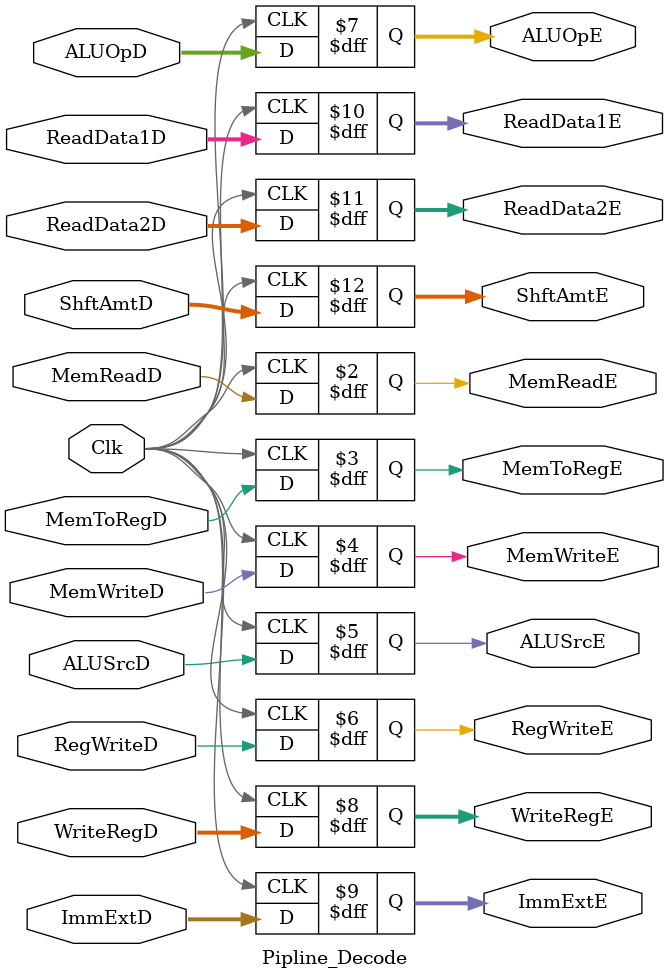
<source format=v>
`timescale 1ns / 1ps


module Pipline_Decode(Clk,
MemReadD, MemToRegD, MemWriteD, ALUSrcD, RegWriteD,
ALUOpD, WriteRegD, ImmExtD, ReadData1D, ReadData2D, ShftAmtD,
MemReadE, MemToRegE, MemWriteE, ALUSrcE, RegWriteE,
ALUOpE, WriteRegE, ImmExtE, ReadData1E, ReadData2E, ShftAmtE
);

input Clk, MemReadD, MemToRegD, MemWriteD, ALUSrcD, RegWriteD;
input [3:0] ALUOpD;
input [4:0] WriteRegD;
input [31:0] ImmExtD, ReadData1D, ReadData2D;
input [4:0] ShftAmtD;

output reg MemReadE, MemToRegE, MemWriteE, ALUSrcE, RegWriteE;
output reg [3:0] ALUOpE;
output reg [4:0] WriteRegE;
output reg [31:0] ImmExtE, ReadData1E, ReadData2E;
output reg [4:0] ShftAmtE;


always @(posedge Clk)
begin
MemReadE <= MemReadD;
MemToRegE <= MemToRegD;
MemWriteE <= MemWriteD;
ALUSrcE <= ALUSrcD;
RegWriteE <= RegWriteD;
ALUOpE <= ALUOpD;
WriteRegE <= WriteRegD;
ImmExtE <= ImmExtD;
ReadData1E <= ReadData1D;
ReadData2E <= ReadData2D;
ShftAmtE <= ShftAmtD;
end

endmodule

</source>
